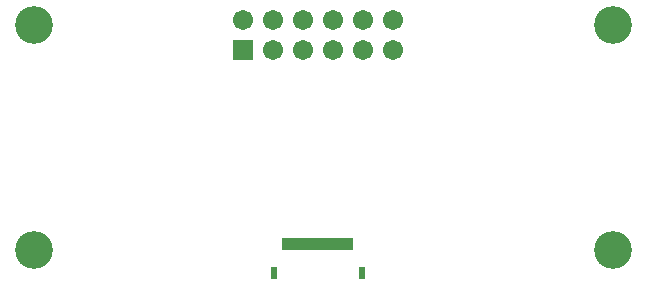
<source format=gts>
G04*
G04 #@! TF.GenerationSoftware,Altium Limited,Altium Designer,23.9.2 (47)*
G04*
G04 Layer_Color=8388736*
%FSLAX44Y44*%
%MOMM*%
G71*
G04*
G04 #@! TF.SameCoordinates,BDA42284-3A0F-4055-A59D-1AE2AF1CB793*
G04*
G04*
G04 #@! TF.FilePolarity,Negative*
G04*
G01*
G75*
%ADD14R,0.5032X1.0032*%
%ADD15R,0.6032X1.0032*%
%ADD16C,3.2032*%
%ADD17C,1.7032*%
%ADD18R,1.7032X1.7032*%
D14*
X242500Y35222D02*
D03*
X247500D02*
D03*
X252500D02*
D03*
X257500D02*
D03*
X262500D02*
D03*
X267500D02*
D03*
X272500D02*
D03*
X277500D02*
D03*
X282500D02*
D03*
X287500D02*
D03*
X292500D02*
D03*
X297500D02*
D03*
D15*
X307000Y10222D02*
D03*
X233000D02*
D03*
D16*
X30000Y30000D02*
D03*
X520000D02*
D03*
Y220000D02*
D03*
X30000D02*
D03*
D17*
X333500Y224840D02*
D03*
X308100D02*
D03*
X282700D02*
D03*
X257300D02*
D03*
X231900D02*
D03*
X206500D02*
D03*
X333500Y199440D02*
D03*
X308100D02*
D03*
X282700D02*
D03*
X257300D02*
D03*
X231900D02*
D03*
D18*
X206500D02*
D03*
M02*

</source>
